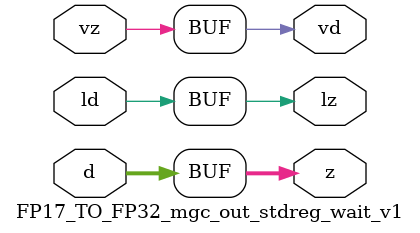
<source format=v>
module FP17_TO_FP32_mgc_out_stdreg_wait_v1 (ld, vd, d, lz, vz, z);
  parameter integer rscid = 1;
  parameter integer width = 8;
  input ld;
  output vd;
  input [width-1:0] d;
  output lz;
  input vz;
  output [width-1:0] z;
  wire vd;
  wire lz;
  wire [width-1:0] z;
  assign z = d;
  assign lz = ld;
  assign vd = vz;
endmodule
</source>
